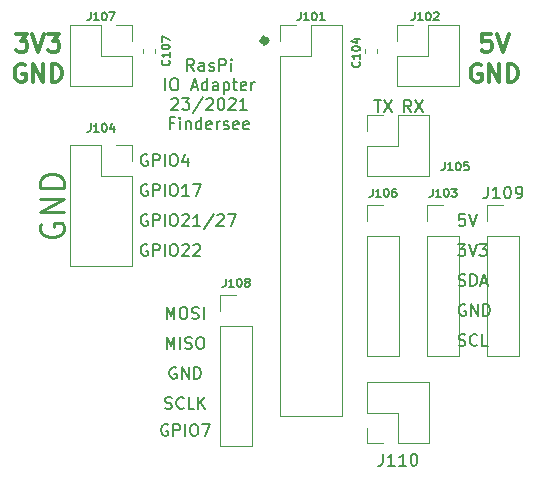
<source format=gbr>
%TF.GenerationSoftware,KiCad,Pcbnew,(5.1.7)-1*%
%TF.CreationDate,2021-06-08T21:15:34+03:00*%
%TF.ProjectId,RaspiAdapter,52617370-6941-4646-9170-7465722e6b69,rev?*%
%TF.SameCoordinates,Original*%
%TF.FileFunction,Legend,Top*%
%TF.FilePolarity,Positive*%
%FSLAX46Y46*%
G04 Gerber Fmt 4.6, Leading zero omitted, Abs format (unit mm)*
G04 Created by KiCad (PCBNEW (5.1.7)-1) date 2021-06-08 21:15:34*
%MOMM*%
%LPD*%
G01*
G04 APERTURE LIST*
%ADD10C,0.600000*%
%ADD11C,0.150000*%
%ADD12C,0.300000*%
%ADD13C,0.250000*%
%ADD14C,0.120000*%
G04 APERTURE END LIST*
D10*
X152650000Y-93200000D02*
G75*
G03*
X152650000Y-93200000I-150000J0D01*
G01*
D11*
X168943976Y-113942761D02*
X169086833Y-113990380D01*
X169324928Y-113990380D01*
X169420166Y-113942761D01*
X169467785Y-113895142D01*
X169515404Y-113799904D01*
X169515404Y-113704666D01*
X169467785Y-113609428D01*
X169420166Y-113561809D01*
X169324928Y-113514190D01*
X169134452Y-113466571D01*
X169039214Y-113418952D01*
X168991595Y-113371333D01*
X168943976Y-113276095D01*
X168943976Y-113180857D01*
X168991595Y-113085619D01*
X169039214Y-113038000D01*
X169134452Y-112990380D01*
X169372547Y-112990380D01*
X169515404Y-113038000D01*
X169943976Y-113990380D02*
X169943976Y-112990380D01*
X170182071Y-112990380D01*
X170324928Y-113038000D01*
X170420166Y-113133238D01*
X170467785Y-113228476D01*
X170515404Y-113418952D01*
X170515404Y-113561809D01*
X170467785Y-113752285D01*
X170420166Y-113847523D01*
X170324928Y-113942761D01*
X170182071Y-113990380D01*
X169943976Y-113990380D01*
X170896357Y-113704666D02*
X171372547Y-113704666D01*
X170801119Y-113990380D02*
X171134452Y-112990380D01*
X171467785Y-113990380D01*
X146542285Y-95767380D02*
X146208952Y-95291190D01*
X145970857Y-95767380D02*
X145970857Y-94767380D01*
X146351809Y-94767380D01*
X146447047Y-94815000D01*
X146494666Y-94862619D01*
X146542285Y-94957857D01*
X146542285Y-95100714D01*
X146494666Y-95195952D01*
X146447047Y-95243571D01*
X146351809Y-95291190D01*
X145970857Y-95291190D01*
X147399428Y-95767380D02*
X147399428Y-95243571D01*
X147351809Y-95148333D01*
X147256571Y-95100714D01*
X147066095Y-95100714D01*
X146970857Y-95148333D01*
X147399428Y-95719761D02*
X147304190Y-95767380D01*
X147066095Y-95767380D01*
X146970857Y-95719761D01*
X146923238Y-95624523D01*
X146923238Y-95529285D01*
X146970857Y-95434047D01*
X147066095Y-95386428D01*
X147304190Y-95386428D01*
X147399428Y-95338809D01*
X147828000Y-95719761D02*
X147923238Y-95767380D01*
X148113714Y-95767380D01*
X148208952Y-95719761D01*
X148256571Y-95624523D01*
X148256571Y-95576904D01*
X148208952Y-95481666D01*
X148113714Y-95434047D01*
X147970857Y-95434047D01*
X147875619Y-95386428D01*
X147828000Y-95291190D01*
X147828000Y-95243571D01*
X147875619Y-95148333D01*
X147970857Y-95100714D01*
X148113714Y-95100714D01*
X148208952Y-95148333D01*
X148685142Y-95767380D02*
X148685142Y-94767380D01*
X149066095Y-94767380D01*
X149161333Y-94815000D01*
X149208952Y-94862619D01*
X149256571Y-94957857D01*
X149256571Y-95100714D01*
X149208952Y-95195952D01*
X149161333Y-95243571D01*
X149066095Y-95291190D01*
X148685142Y-95291190D01*
X149685142Y-95767380D02*
X149685142Y-95100714D01*
X149685142Y-94767380D02*
X149637523Y-94815000D01*
X149685142Y-94862619D01*
X149732761Y-94815000D01*
X149685142Y-94767380D01*
X149685142Y-94862619D01*
X144113714Y-97417380D02*
X144113714Y-96417380D01*
X144780380Y-96417380D02*
X144970857Y-96417380D01*
X145066095Y-96465000D01*
X145161333Y-96560238D01*
X145208952Y-96750714D01*
X145208952Y-97084047D01*
X145161333Y-97274523D01*
X145066095Y-97369761D01*
X144970857Y-97417380D01*
X144780380Y-97417380D01*
X144685142Y-97369761D01*
X144589904Y-97274523D01*
X144542285Y-97084047D01*
X144542285Y-96750714D01*
X144589904Y-96560238D01*
X144685142Y-96465000D01*
X144780380Y-96417380D01*
X146351809Y-97131666D02*
X146828000Y-97131666D01*
X146256571Y-97417380D02*
X146589904Y-96417380D01*
X146923238Y-97417380D01*
X147685142Y-97417380D02*
X147685142Y-96417380D01*
X147685142Y-97369761D02*
X147589904Y-97417380D01*
X147399428Y-97417380D01*
X147304190Y-97369761D01*
X147256571Y-97322142D01*
X147208952Y-97226904D01*
X147208952Y-96941190D01*
X147256571Y-96845952D01*
X147304190Y-96798333D01*
X147399428Y-96750714D01*
X147589904Y-96750714D01*
X147685142Y-96798333D01*
X148589904Y-97417380D02*
X148589904Y-96893571D01*
X148542285Y-96798333D01*
X148447047Y-96750714D01*
X148256571Y-96750714D01*
X148161333Y-96798333D01*
X148589904Y-97369761D02*
X148494666Y-97417380D01*
X148256571Y-97417380D01*
X148161333Y-97369761D01*
X148113714Y-97274523D01*
X148113714Y-97179285D01*
X148161333Y-97084047D01*
X148256571Y-97036428D01*
X148494666Y-97036428D01*
X148589904Y-96988809D01*
X149066095Y-96750714D02*
X149066095Y-97750714D01*
X149066095Y-96798333D02*
X149161333Y-96750714D01*
X149351809Y-96750714D01*
X149447047Y-96798333D01*
X149494666Y-96845952D01*
X149542285Y-96941190D01*
X149542285Y-97226904D01*
X149494666Y-97322142D01*
X149447047Y-97369761D01*
X149351809Y-97417380D01*
X149161333Y-97417380D01*
X149066095Y-97369761D01*
X149828000Y-96750714D02*
X150208952Y-96750714D01*
X149970857Y-96417380D02*
X149970857Y-97274523D01*
X150018476Y-97369761D01*
X150113714Y-97417380D01*
X150208952Y-97417380D01*
X150923238Y-97369761D02*
X150828000Y-97417380D01*
X150637523Y-97417380D01*
X150542285Y-97369761D01*
X150494666Y-97274523D01*
X150494666Y-96893571D01*
X150542285Y-96798333D01*
X150637523Y-96750714D01*
X150828000Y-96750714D01*
X150923238Y-96798333D01*
X150970857Y-96893571D01*
X150970857Y-96988809D01*
X150494666Y-97084047D01*
X151399428Y-97417380D02*
X151399428Y-96750714D01*
X151399428Y-96941190D02*
X151447047Y-96845952D01*
X151494666Y-96798333D01*
X151589904Y-96750714D01*
X151685142Y-96750714D01*
X144637523Y-98162619D02*
X144685142Y-98115000D01*
X144780380Y-98067380D01*
X145018476Y-98067380D01*
X145113714Y-98115000D01*
X145161333Y-98162619D01*
X145208952Y-98257857D01*
X145208952Y-98353095D01*
X145161333Y-98495952D01*
X144589904Y-99067380D01*
X145208952Y-99067380D01*
X145542285Y-98067380D02*
X146161333Y-98067380D01*
X145828000Y-98448333D01*
X145970857Y-98448333D01*
X146066095Y-98495952D01*
X146113714Y-98543571D01*
X146161333Y-98638809D01*
X146161333Y-98876904D01*
X146113714Y-98972142D01*
X146066095Y-99019761D01*
X145970857Y-99067380D01*
X145685142Y-99067380D01*
X145589904Y-99019761D01*
X145542285Y-98972142D01*
X147304190Y-98019761D02*
X146447047Y-99305476D01*
X147589904Y-98162619D02*
X147637523Y-98115000D01*
X147732761Y-98067380D01*
X147970857Y-98067380D01*
X148066095Y-98115000D01*
X148113714Y-98162619D01*
X148161333Y-98257857D01*
X148161333Y-98353095D01*
X148113714Y-98495952D01*
X147542285Y-99067380D01*
X148161333Y-99067380D01*
X148780380Y-98067380D02*
X148875619Y-98067380D01*
X148970857Y-98115000D01*
X149018476Y-98162619D01*
X149066095Y-98257857D01*
X149113714Y-98448333D01*
X149113714Y-98686428D01*
X149066095Y-98876904D01*
X149018476Y-98972142D01*
X148970857Y-99019761D01*
X148875619Y-99067380D01*
X148780380Y-99067380D01*
X148685142Y-99019761D01*
X148637523Y-98972142D01*
X148589904Y-98876904D01*
X148542285Y-98686428D01*
X148542285Y-98448333D01*
X148589904Y-98257857D01*
X148637523Y-98162619D01*
X148685142Y-98115000D01*
X148780380Y-98067380D01*
X149494666Y-98162619D02*
X149542285Y-98115000D01*
X149637523Y-98067380D01*
X149875619Y-98067380D01*
X149970857Y-98115000D01*
X150018476Y-98162619D01*
X150066095Y-98257857D01*
X150066095Y-98353095D01*
X150018476Y-98495952D01*
X149447047Y-99067380D01*
X150066095Y-99067380D01*
X151018476Y-99067380D02*
X150447047Y-99067380D01*
X150732761Y-99067380D02*
X150732761Y-98067380D01*
X150637523Y-98210238D01*
X150542285Y-98305476D01*
X150447047Y-98353095D01*
X144828000Y-100193571D02*
X144494666Y-100193571D01*
X144494666Y-100717380D02*
X144494666Y-99717380D01*
X144970857Y-99717380D01*
X145351809Y-100717380D02*
X145351809Y-100050714D01*
X145351809Y-99717380D02*
X145304190Y-99765000D01*
X145351809Y-99812619D01*
X145399428Y-99765000D01*
X145351809Y-99717380D01*
X145351809Y-99812619D01*
X145828000Y-100050714D02*
X145828000Y-100717380D01*
X145828000Y-100145952D02*
X145875619Y-100098333D01*
X145970857Y-100050714D01*
X146113714Y-100050714D01*
X146208952Y-100098333D01*
X146256571Y-100193571D01*
X146256571Y-100717380D01*
X147161333Y-100717380D02*
X147161333Y-99717380D01*
X147161333Y-100669761D02*
X147066095Y-100717380D01*
X146875619Y-100717380D01*
X146780380Y-100669761D01*
X146732761Y-100622142D01*
X146685142Y-100526904D01*
X146685142Y-100241190D01*
X146732761Y-100145952D01*
X146780380Y-100098333D01*
X146875619Y-100050714D01*
X147066095Y-100050714D01*
X147161333Y-100098333D01*
X148018476Y-100669761D02*
X147923238Y-100717380D01*
X147732761Y-100717380D01*
X147637523Y-100669761D01*
X147589904Y-100574523D01*
X147589904Y-100193571D01*
X147637523Y-100098333D01*
X147732761Y-100050714D01*
X147923238Y-100050714D01*
X148018476Y-100098333D01*
X148066095Y-100193571D01*
X148066095Y-100288809D01*
X147589904Y-100384047D01*
X148494666Y-100717380D02*
X148494666Y-100050714D01*
X148494666Y-100241190D02*
X148542285Y-100145952D01*
X148589904Y-100098333D01*
X148685142Y-100050714D01*
X148780380Y-100050714D01*
X149066095Y-100669761D02*
X149161333Y-100717380D01*
X149351809Y-100717380D01*
X149447047Y-100669761D01*
X149494666Y-100574523D01*
X149494666Y-100526904D01*
X149447047Y-100431666D01*
X149351809Y-100384047D01*
X149208952Y-100384047D01*
X149113714Y-100336428D01*
X149066095Y-100241190D01*
X149066095Y-100193571D01*
X149113714Y-100098333D01*
X149208952Y-100050714D01*
X149351809Y-100050714D01*
X149447047Y-100098333D01*
X150304190Y-100669761D02*
X150208952Y-100717380D01*
X150018476Y-100717380D01*
X149923238Y-100669761D01*
X149875619Y-100574523D01*
X149875619Y-100193571D01*
X149923238Y-100098333D01*
X150018476Y-100050714D01*
X150208952Y-100050714D01*
X150304190Y-100098333D01*
X150351809Y-100193571D01*
X150351809Y-100288809D01*
X149875619Y-100384047D01*
X151161333Y-100669761D02*
X151066095Y-100717380D01*
X150875619Y-100717380D01*
X150780380Y-100669761D01*
X150732761Y-100574523D01*
X150732761Y-100193571D01*
X150780380Y-100098333D01*
X150875619Y-100050714D01*
X151066095Y-100050714D01*
X151161333Y-100098333D01*
X151208952Y-100193571D01*
X151208952Y-100288809D01*
X150732761Y-100384047D01*
D12*
X171672285Y-92645571D02*
X170958000Y-92645571D01*
X170886571Y-93359857D01*
X170958000Y-93288428D01*
X171100857Y-93217000D01*
X171458000Y-93217000D01*
X171600857Y-93288428D01*
X171672285Y-93359857D01*
X171743714Y-93502714D01*
X171743714Y-93859857D01*
X171672285Y-94002714D01*
X171600857Y-94074142D01*
X171458000Y-94145571D01*
X171100857Y-94145571D01*
X170958000Y-94074142D01*
X170886571Y-94002714D01*
X172172285Y-92645571D02*
X172672285Y-94145571D01*
X173172285Y-92645571D01*
X170815142Y-95267000D02*
X170672285Y-95195571D01*
X170458000Y-95195571D01*
X170243714Y-95267000D01*
X170100857Y-95409857D01*
X170029428Y-95552714D01*
X169958000Y-95838428D01*
X169958000Y-96052714D01*
X170029428Y-96338428D01*
X170100857Y-96481285D01*
X170243714Y-96624142D01*
X170458000Y-96695571D01*
X170600857Y-96695571D01*
X170815142Y-96624142D01*
X170886571Y-96552714D01*
X170886571Y-96052714D01*
X170600857Y-96052714D01*
X171529428Y-96695571D02*
X171529428Y-95195571D01*
X172386571Y-96695571D01*
X172386571Y-95195571D01*
X173100857Y-96695571D02*
X173100857Y-95195571D01*
X173458000Y-95195571D01*
X173672285Y-95267000D01*
X173815142Y-95409857D01*
X173886571Y-95552714D01*
X173958000Y-95838428D01*
X173958000Y-96052714D01*
X173886571Y-96338428D01*
X173815142Y-96481285D01*
X173672285Y-96624142D01*
X173458000Y-96695571D01*
X173100857Y-96695571D01*
D11*
X161798095Y-98258380D02*
X162369523Y-98258380D01*
X162083809Y-99258380D02*
X162083809Y-98258380D01*
X162607619Y-98258380D02*
X163274285Y-99258380D01*
X163274285Y-98258380D02*
X162607619Y-99258380D01*
X164933333Y-99258380D02*
X164600000Y-98782190D01*
X164361904Y-99258380D02*
X164361904Y-98258380D01*
X164742857Y-98258380D01*
X164838095Y-98306000D01*
X164885714Y-98353619D01*
X164933333Y-98448857D01*
X164933333Y-98591714D01*
X164885714Y-98686952D01*
X164838095Y-98734571D01*
X164742857Y-98782190D01*
X164361904Y-98782190D01*
X165266666Y-98258380D02*
X165933333Y-99258380D01*
X165933333Y-98258380D02*
X165266666Y-99258380D01*
X168943976Y-119022761D02*
X169086833Y-119070380D01*
X169324928Y-119070380D01*
X169420166Y-119022761D01*
X169467785Y-118975142D01*
X169515404Y-118879904D01*
X169515404Y-118784666D01*
X169467785Y-118689428D01*
X169420166Y-118641809D01*
X169324928Y-118594190D01*
X169134452Y-118546571D01*
X169039214Y-118498952D01*
X168991595Y-118451333D01*
X168943976Y-118356095D01*
X168943976Y-118260857D01*
X168991595Y-118165619D01*
X169039214Y-118118000D01*
X169134452Y-118070380D01*
X169372547Y-118070380D01*
X169515404Y-118118000D01*
X170515404Y-118975142D02*
X170467785Y-119022761D01*
X170324928Y-119070380D01*
X170229690Y-119070380D01*
X170086833Y-119022761D01*
X169991595Y-118927523D01*
X169943976Y-118832285D01*
X169896357Y-118641809D01*
X169896357Y-118498952D01*
X169943976Y-118308476D01*
X169991595Y-118213238D01*
X170086833Y-118118000D01*
X170229690Y-118070380D01*
X170324928Y-118070380D01*
X170467785Y-118118000D01*
X170515404Y-118165619D01*
X171420166Y-119070380D02*
X170943976Y-119070380D01*
X170943976Y-118070380D01*
X169515404Y-115578000D02*
X169420166Y-115530380D01*
X169277309Y-115530380D01*
X169134452Y-115578000D01*
X169039214Y-115673238D01*
X168991595Y-115768476D01*
X168943976Y-115958952D01*
X168943976Y-116101809D01*
X168991595Y-116292285D01*
X169039214Y-116387523D01*
X169134452Y-116482761D01*
X169277309Y-116530380D01*
X169372547Y-116530380D01*
X169515404Y-116482761D01*
X169563023Y-116435142D01*
X169563023Y-116101809D01*
X169372547Y-116101809D01*
X169991595Y-116530380D02*
X169991595Y-115530380D01*
X170563023Y-116530380D01*
X170563023Y-115530380D01*
X171039214Y-116530380D02*
X171039214Y-115530380D01*
X171277309Y-115530380D01*
X171420166Y-115578000D01*
X171515404Y-115673238D01*
X171563023Y-115768476D01*
X171610642Y-115958952D01*
X171610642Y-116101809D01*
X171563023Y-116292285D01*
X171515404Y-116387523D01*
X171420166Y-116482761D01*
X171277309Y-116530380D01*
X171039214Y-116530380D01*
X168896357Y-110450380D02*
X169515404Y-110450380D01*
X169182071Y-110831333D01*
X169324928Y-110831333D01*
X169420166Y-110878952D01*
X169467785Y-110926571D01*
X169515404Y-111021809D01*
X169515404Y-111259904D01*
X169467785Y-111355142D01*
X169420166Y-111402761D01*
X169324928Y-111450380D01*
X169039214Y-111450380D01*
X168943976Y-111402761D01*
X168896357Y-111355142D01*
X169801119Y-110450380D02*
X170134452Y-111450380D01*
X170467785Y-110450380D01*
X170705880Y-110450380D02*
X171324928Y-110450380D01*
X170991595Y-110831333D01*
X171134452Y-110831333D01*
X171229690Y-110878952D01*
X171277309Y-110926571D01*
X171324928Y-111021809D01*
X171324928Y-111259904D01*
X171277309Y-111355142D01*
X171229690Y-111402761D01*
X171134452Y-111450380D01*
X170848738Y-111450380D01*
X170753500Y-111402761D01*
X170705880Y-111355142D01*
X169467785Y-107910380D02*
X168991595Y-107910380D01*
X168943976Y-108386571D01*
X168991595Y-108338952D01*
X169086833Y-108291333D01*
X169324928Y-108291333D01*
X169420166Y-108338952D01*
X169467785Y-108386571D01*
X169515404Y-108481809D01*
X169515404Y-108719904D01*
X169467785Y-108815142D01*
X169420166Y-108862761D01*
X169324928Y-108910380D01*
X169086833Y-108910380D01*
X168991595Y-108862761D01*
X168943976Y-108815142D01*
X169801119Y-107910380D02*
X170134452Y-108910380D01*
X170467785Y-107910380D01*
D13*
X133620000Y-108711809D02*
X133524761Y-108902285D01*
X133524761Y-109188000D01*
X133620000Y-109473714D01*
X133810476Y-109664190D01*
X134000952Y-109759428D01*
X134381904Y-109854666D01*
X134667619Y-109854666D01*
X135048571Y-109759428D01*
X135239047Y-109664190D01*
X135429523Y-109473714D01*
X135524761Y-109188000D01*
X135524761Y-108997523D01*
X135429523Y-108711809D01*
X135334285Y-108616571D01*
X134667619Y-108616571D01*
X134667619Y-108997523D01*
X135524761Y-107759428D02*
X133524761Y-107759428D01*
X135524761Y-106616571D01*
X133524761Y-106616571D01*
X135524761Y-105664190D02*
X133524761Y-105664190D01*
X133524761Y-105188000D01*
X133620000Y-104902285D01*
X133810476Y-104711809D01*
X134000952Y-104616571D01*
X134381904Y-104521333D01*
X134667619Y-104521333D01*
X135048571Y-104616571D01*
X135239047Y-104711809D01*
X135429523Y-104902285D01*
X135524761Y-105188000D01*
X135524761Y-105664190D01*
D11*
X142591404Y-110498000D02*
X142496166Y-110450380D01*
X142353309Y-110450380D01*
X142210452Y-110498000D01*
X142115214Y-110593238D01*
X142067595Y-110688476D01*
X142019976Y-110878952D01*
X142019976Y-111021809D01*
X142067595Y-111212285D01*
X142115214Y-111307523D01*
X142210452Y-111402761D01*
X142353309Y-111450380D01*
X142448547Y-111450380D01*
X142591404Y-111402761D01*
X142639023Y-111355142D01*
X142639023Y-111021809D01*
X142448547Y-111021809D01*
X143067595Y-111450380D02*
X143067595Y-110450380D01*
X143448547Y-110450380D01*
X143543785Y-110498000D01*
X143591404Y-110545619D01*
X143639023Y-110640857D01*
X143639023Y-110783714D01*
X143591404Y-110878952D01*
X143543785Y-110926571D01*
X143448547Y-110974190D01*
X143067595Y-110974190D01*
X144067595Y-111450380D02*
X144067595Y-110450380D01*
X144734261Y-110450380D02*
X144924738Y-110450380D01*
X145019976Y-110498000D01*
X145115214Y-110593238D01*
X145162833Y-110783714D01*
X145162833Y-111117047D01*
X145115214Y-111307523D01*
X145019976Y-111402761D01*
X144924738Y-111450380D01*
X144734261Y-111450380D01*
X144639023Y-111402761D01*
X144543785Y-111307523D01*
X144496166Y-111117047D01*
X144496166Y-110783714D01*
X144543785Y-110593238D01*
X144639023Y-110498000D01*
X144734261Y-110450380D01*
X145543785Y-110545619D02*
X145591404Y-110498000D01*
X145686642Y-110450380D01*
X145924738Y-110450380D01*
X146019976Y-110498000D01*
X146067595Y-110545619D01*
X146115214Y-110640857D01*
X146115214Y-110736095D01*
X146067595Y-110878952D01*
X145496166Y-111450380D01*
X146115214Y-111450380D01*
X146496166Y-110545619D02*
X146543785Y-110498000D01*
X146639023Y-110450380D01*
X146877119Y-110450380D01*
X146972357Y-110498000D01*
X147019976Y-110545619D01*
X147067595Y-110640857D01*
X147067595Y-110736095D01*
X147019976Y-110878952D01*
X146448547Y-111450380D01*
X147067595Y-111450380D01*
X142591404Y-107958000D02*
X142496166Y-107910380D01*
X142353309Y-107910380D01*
X142210452Y-107958000D01*
X142115214Y-108053238D01*
X142067595Y-108148476D01*
X142019976Y-108338952D01*
X142019976Y-108481809D01*
X142067595Y-108672285D01*
X142115214Y-108767523D01*
X142210452Y-108862761D01*
X142353309Y-108910380D01*
X142448547Y-108910380D01*
X142591404Y-108862761D01*
X142639023Y-108815142D01*
X142639023Y-108481809D01*
X142448547Y-108481809D01*
X143067595Y-108910380D02*
X143067595Y-107910380D01*
X143448547Y-107910380D01*
X143543785Y-107958000D01*
X143591404Y-108005619D01*
X143639023Y-108100857D01*
X143639023Y-108243714D01*
X143591404Y-108338952D01*
X143543785Y-108386571D01*
X143448547Y-108434190D01*
X143067595Y-108434190D01*
X144067595Y-108910380D02*
X144067595Y-107910380D01*
X144734261Y-107910380D02*
X144924738Y-107910380D01*
X145019976Y-107958000D01*
X145115214Y-108053238D01*
X145162833Y-108243714D01*
X145162833Y-108577047D01*
X145115214Y-108767523D01*
X145019976Y-108862761D01*
X144924738Y-108910380D01*
X144734261Y-108910380D01*
X144639023Y-108862761D01*
X144543785Y-108767523D01*
X144496166Y-108577047D01*
X144496166Y-108243714D01*
X144543785Y-108053238D01*
X144639023Y-107958000D01*
X144734261Y-107910380D01*
X145543785Y-108005619D02*
X145591404Y-107958000D01*
X145686642Y-107910380D01*
X145924738Y-107910380D01*
X146019976Y-107958000D01*
X146067595Y-108005619D01*
X146115214Y-108100857D01*
X146115214Y-108196095D01*
X146067595Y-108338952D01*
X145496166Y-108910380D01*
X146115214Y-108910380D01*
X147067595Y-108910380D02*
X146496166Y-108910380D01*
X146781880Y-108910380D02*
X146781880Y-107910380D01*
X146686642Y-108053238D01*
X146591404Y-108148476D01*
X146496166Y-108196095D01*
X148210452Y-107862761D02*
X147353309Y-109148476D01*
X148496166Y-108005619D02*
X148543785Y-107958000D01*
X148639023Y-107910380D01*
X148877119Y-107910380D01*
X148972357Y-107958000D01*
X149019976Y-108005619D01*
X149067595Y-108100857D01*
X149067595Y-108196095D01*
X149019976Y-108338952D01*
X148448547Y-108910380D01*
X149067595Y-108910380D01*
X149400928Y-107910380D02*
X150067595Y-107910380D01*
X149639023Y-108910380D01*
X142591404Y-105418000D02*
X142496166Y-105370380D01*
X142353309Y-105370380D01*
X142210452Y-105418000D01*
X142115214Y-105513238D01*
X142067595Y-105608476D01*
X142019976Y-105798952D01*
X142019976Y-105941809D01*
X142067595Y-106132285D01*
X142115214Y-106227523D01*
X142210452Y-106322761D01*
X142353309Y-106370380D01*
X142448547Y-106370380D01*
X142591404Y-106322761D01*
X142639023Y-106275142D01*
X142639023Y-105941809D01*
X142448547Y-105941809D01*
X143067595Y-106370380D02*
X143067595Y-105370380D01*
X143448547Y-105370380D01*
X143543785Y-105418000D01*
X143591404Y-105465619D01*
X143639023Y-105560857D01*
X143639023Y-105703714D01*
X143591404Y-105798952D01*
X143543785Y-105846571D01*
X143448547Y-105894190D01*
X143067595Y-105894190D01*
X144067595Y-106370380D02*
X144067595Y-105370380D01*
X144734261Y-105370380D02*
X144924738Y-105370380D01*
X145019976Y-105418000D01*
X145115214Y-105513238D01*
X145162833Y-105703714D01*
X145162833Y-106037047D01*
X145115214Y-106227523D01*
X145019976Y-106322761D01*
X144924738Y-106370380D01*
X144734261Y-106370380D01*
X144639023Y-106322761D01*
X144543785Y-106227523D01*
X144496166Y-106037047D01*
X144496166Y-105703714D01*
X144543785Y-105513238D01*
X144639023Y-105418000D01*
X144734261Y-105370380D01*
X146115214Y-106370380D02*
X145543785Y-106370380D01*
X145829500Y-106370380D02*
X145829500Y-105370380D01*
X145734261Y-105513238D01*
X145639023Y-105608476D01*
X145543785Y-105656095D01*
X146448547Y-105370380D02*
X147115214Y-105370380D01*
X146686642Y-106370380D01*
X142591404Y-102878000D02*
X142496166Y-102830380D01*
X142353309Y-102830380D01*
X142210452Y-102878000D01*
X142115214Y-102973238D01*
X142067595Y-103068476D01*
X142019976Y-103258952D01*
X142019976Y-103401809D01*
X142067595Y-103592285D01*
X142115214Y-103687523D01*
X142210452Y-103782761D01*
X142353309Y-103830380D01*
X142448547Y-103830380D01*
X142591404Y-103782761D01*
X142639023Y-103735142D01*
X142639023Y-103401809D01*
X142448547Y-103401809D01*
X143067595Y-103830380D02*
X143067595Y-102830380D01*
X143448547Y-102830380D01*
X143543785Y-102878000D01*
X143591404Y-102925619D01*
X143639023Y-103020857D01*
X143639023Y-103163714D01*
X143591404Y-103258952D01*
X143543785Y-103306571D01*
X143448547Y-103354190D01*
X143067595Y-103354190D01*
X144067595Y-103830380D02*
X144067595Y-102830380D01*
X144734261Y-102830380D02*
X144924738Y-102830380D01*
X145019976Y-102878000D01*
X145115214Y-102973238D01*
X145162833Y-103163714D01*
X145162833Y-103497047D01*
X145115214Y-103687523D01*
X145019976Y-103782761D01*
X144924738Y-103830380D01*
X144734261Y-103830380D01*
X144639023Y-103782761D01*
X144543785Y-103687523D01*
X144496166Y-103497047D01*
X144496166Y-103163714D01*
X144543785Y-102973238D01*
X144639023Y-102878000D01*
X144734261Y-102830380D01*
X146019976Y-103163714D02*
X146019976Y-103830380D01*
X145781880Y-102782761D02*
X145543785Y-103497047D01*
X146162833Y-103497047D01*
D12*
X131492857Y-92645571D02*
X132421428Y-92645571D01*
X131921428Y-93217000D01*
X132135714Y-93217000D01*
X132278571Y-93288428D01*
X132350000Y-93359857D01*
X132421428Y-93502714D01*
X132421428Y-93859857D01*
X132350000Y-94002714D01*
X132278571Y-94074142D01*
X132135714Y-94145571D01*
X131707142Y-94145571D01*
X131564285Y-94074142D01*
X131492857Y-94002714D01*
X132850000Y-92645571D02*
X133350000Y-94145571D01*
X133850000Y-92645571D01*
X134207142Y-92645571D02*
X135135714Y-92645571D01*
X134635714Y-93217000D01*
X134850000Y-93217000D01*
X134992857Y-93288428D01*
X135064285Y-93359857D01*
X135135714Y-93502714D01*
X135135714Y-93859857D01*
X135064285Y-94002714D01*
X134992857Y-94074142D01*
X134850000Y-94145571D01*
X134421428Y-94145571D01*
X134278571Y-94074142D01*
X134207142Y-94002714D01*
X132207142Y-95267000D02*
X132064285Y-95195571D01*
X131850000Y-95195571D01*
X131635714Y-95267000D01*
X131492857Y-95409857D01*
X131421428Y-95552714D01*
X131350000Y-95838428D01*
X131350000Y-96052714D01*
X131421428Y-96338428D01*
X131492857Y-96481285D01*
X131635714Y-96624142D01*
X131850000Y-96695571D01*
X131992857Y-96695571D01*
X132207142Y-96624142D01*
X132278571Y-96552714D01*
X132278571Y-96052714D01*
X131992857Y-96052714D01*
X132921428Y-96695571D02*
X132921428Y-95195571D01*
X133778571Y-96695571D01*
X133778571Y-95195571D01*
X134492857Y-96695571D02*
X134492857Y-95195571D01*
X134850000Y-95195571D01*
X135064285Y-95267000D01*
X135207142Y-95409857D01*
X135278571Y-95552714D01*
X135350000Y-95838428D01*
X135350000Y-96052714D01*
X135278571Y-96338428D01*
X135207142Y-96481285D01*
X135064285Y-96624142D01*
X134850000Y-96695571D01*
X134492857Y-96695571D01*
D11*
X144105523Y-124356761D02*
X144248380Y-124404380D01*
X144486476Y-124404380D01*
X144581714Y-124356761D01*
X144629333Y-124309142D01*
X144676952Y-124213904D01*
X144676952Y-124118666D01*
X144629333Y-124023428D01*
X144581714Y-123975809D01*
X144486476Y-123928190D01*
X144296000Y-123880571D01*
X144200761Y-123832952D01*
X144153142Y-123785333D01*
X144105523Y-123690095D01*
X144105523Y-123594857D01*
X144153142Y-123499619D01*
X144200761Y-123452000D01*
X144296000Y-123404380D01*
X144534095Y-123404380D01*
X144676952Y-123452000D01*
X145676952Y-124309142D02*
X145629333Y-124356761D01*
X145486476Y-124404380D01*
X145391238Y-124404380D01*
X145248380Y-124356761D01*
X145153142Y-124261523D01*
X145105523Y-124166285D01*
X145057904Y-123975809D01*
X145057904Y-123832952D01*
X145105523Y-123642476D01*
X145153142Y-123547238D01*
X145248380Y-123452000D01*
X145391238Y-123404380D01*
X145486476Y-123404380D01*
X145629333Y-123452000D01*
X145676952Y-123499619D01*
X146581714Y-124404380D02*
X146105523Y-124404380D01*
X146105523Y-123404380D01*
X146915047Y-124404380D02*
X146915047Y-123404380D01*
X147486476Y-124404380D02*
X147057904Y-123832952D01*
X147486476Y-123404380D02*
X146915047Y-123975809D01*
X145034095Y-120912000D02*
X144938857Y-120864380D01*
X144796000Y-120864380D01*
X144653142Y-120912000D01*
X144557904Y-121007238D01*
X144510285Y-121102476D01*
X144462666Y-121292952D01*
X144462666Y-121435809D01*
X144510285Y-121626285D01*
X144557904Y-121721523D01*
X144653142Y-121816761D01*
X144796000Y-121864380D01*
X144891238Y-121864380D01*
X145034095Y-121816761D01*
X145081714Y-121769142D01*
X145081714Y-121435809D01*
X144891238Y-121435809D01*
X145510285Y-121864380D02*
X145510285Y-120864380D01*
X146081714Y-121864380D01*
X146081714Y-120864380D01*
X146557904Y-121864380D02*
X146557904Y-120864380D01*
X146796000Y-120864380D01*
X146938857Y-120912000D01*
X147034095Y-121007238D01*
X147081714Y-121102476D01*
X147129333Y-121292952D01*
X147129333Y-121435809D01*
X147081714Y-121626285D01*
X147034095Y-121721523D01*
X146938857Y-121816761D01*
X146796000Y-121864380D01*
X146557904Y-121864380D01*
X144224571Y-119324380D02*
X144224571Y-118324380D01*
X144557904Y-119038666D01*
X144891238Y-118324380D01*
X144891238Y-119324380D01*
X145367428Y-119324380D02*
X145367428Y-118324380D01*
X145796000Y-119276761D02*
X145938857Y-119324380D01*
X146176952Y-119324380D01*
X146272190Y-119276761D01*
X146319809Y-119229142D01*
X146367428Y-119133904D01*
X146367428Y-119038666D01*
X146319809Y-118943428D01*
X146272190Y-118895809D01*
X146176952Y-118848190D01*
X145986476Y-118800571D01*
X145891238Y-118752952D01*
X145843619Y-118705333D01*
X145796000Y-118610095D01*
X145796000Y-118514857D01*
X145843619Y-118419619D01*
X145891238Y-118372000D01*
X145986476Y-118324380D01*
X146224571Y-118324380D01*
X146367428Y-118372000D01*
X146986476Y-118324380D02*
X147176952Y-118324380D01*
X147272190Y-118372000D01*
X147367428Y-118467238D01*
X147415047Y-118657714D01*
X147415047Y-118991047D01*
X147367428Y-119181523D01*
X147272190Y-119276761D01*
X147176952Y-119324380D01*
X146986476Y-119324380D01*
X146891238Y-119276761D01*
X146796000Y-119181523D01*
X146748380Y-118991047D01*
X146748380Y-118657714D01*
X146796000Y-118467238D01*
X146891238Y-118372000D01*
X146986476Y-118324380D01*
X144224571Y-116784380D02*
X144224571Y-115784380D01*
X144557904Y-116498666D01*
X144891238Y-115784380D01*
X144891238Y-116784380D01*
X145557904Y-115784380D02*
X145748380Y-115784380D01*
X145843619Y-115832000D01*
X145938857Y-115927238D01*
X145986476Y-116117714D01*
X145986476Y-116451047D01*
X145938857Y-116641523D01*
X145843619Y-116736761D01*
X145748380Y-116784380D01*
X145557904Y-116784380D01*
X145462666Y-116736761D01*
X145367428Y-116641523D01*
X145319809Y-116451047D01*
X145319809Y-116117714D01*
X145367428Y-115927238D01*
X145462666Y-115832000D01*
X145557904Y-115784380D01*
X146367428Y-116736761D02*
X146510285Y-116784380D01*
X146748380Y-116784380D01*
X146843619Y-116736761D01*
X146891238Y-116689142D01*
X146938857Y-116593904D01*
X146938857Y-116498666D01*
X146891238Y-116403428D01*
X146843619Y-116355809D01*
X146748380Y-116308190D01*
X146557904Y-116260571D01*
X146462666Y-116212952D01*
X146415047Y-116165333D01*
X146367428Y-116070095D01*
X146367428Y-115974857D01*
X146415047Y-115879619D01*
X146462666Y-115832000D01*
X146557904Y-115784380D01*
X146796000Y-115784380D01*
X146938857Y-115832000D01*
X147367428Y-116784380D02*
X147367428Y-115784380D01*
X144319809Y-125738000D02*
X144224571Y-125690380D01*
X144081714Y-125690380D01*
X143938857Y-125738000D01*
X143843619Y-125833238D01*
X143796000Y-125928476D01*
X143748380Y-126118952D01*
X143748380Y-126261809D01*
X143796000Y-126452285D01*
X143843619Y-126547523D01*
X143938857Y-126642761D01*
X144081714Y-126690380D01*
X144176952Y-126690380D01*
X144319809Y-126642761D01*
X144367428Y-126595142D01*
X144367428Y-126261809D01*
X144176952Y-126261809D01*
X144796000Y-126690380D02*
X144796000Y-125690380D01*
X145176952Y-125690380D01*
X145272190Y-125738000D01*
X145319809Y-125785619D01*
X145367428Y-125880857D01*
X145367428Y-126023714D01*
X145319809Y-126118952D01*
X145272190Y-126166571D01*
X145176952Y-126214190D01*
X144796000Y-126214190D01*
X145796000Y-126690380D02*
X145796000Y-125690380D01*
X146462666Y-125690380D02*
X146653142Y-125690380D01*
X146748380Y-125738000D01*
X146843619Y-125833238D01*
X146891238Y-126023714D01*
X146891238Y-126357047D01*
X146843619Y-126547523D01*
X146748380Y-126642761D01*
X146653142Y-126690380D01*
X146462666Y-126690380D01*
X146367428Y-126642761D01*
X146272190Y-126547523D01*
X146224571Y-126357047D01*
X146224571Y-126023714D01*
X146272190Y-125833238D01*
X146367428Y-125738000D01*
X146462666Y-125690380D01*
X147224571Y-125690380D02*
X147891238Y-125690380D01*
X147462666Y-126690380D01*
D14*
%TO.C,J110*%
X166430000Y-127314000D02*
X163830000Y-127314000D01*
X166430000Y-127314000D02*
X166430000Y-122114000D01*
X166430000Y-122114000D02*
X161230000Y-122114000D01*
X161230000Y-124714000D02*
X161230000Y-122114000D01*
X163830000Y-124714000D02*
X161230000Y-124714000D01*
X163830000Y-127314000D02*
X163830000Y-124714000D01*
X161230000Y-127314000D02*
X161230000Y-125984000D01*
X162560000Y-127314000D02*
X161230000Y-127314000D01*
%TO.C,J101*%
X153864000Y-91888000D02*
X155194000Y-91888000D01*
X153864000Y-93218000D02*
X153864000Y-91888000D01*
X156464000Y-91888000D02*
X159064000Y-91888000D01*
X156464000Y-94488000D02*
X156464000Y-91888000D01*
X153864000Y-94488000D02*
X156464000Y-94488000D01*
X159064000Y-91888000D02*
X159064000Y-125028000D01*
X153864000Y-94488000D02*
X153864000Y-125028000D01*
X153864000Y-125028000D02*
X159064000Y-125028000D01*
%TO.C,J109*%
X171390000Y-119948000D02*
X174050000Y-119948000D01*
X171390000Y-109728000D02*
X171390000Y-119948000D01*
X174050000Y-109728000D02*
X174050000Y-119948000D01*
X171390000Y-109728000D02*
X174050000Y-109728000D01*
X171390000Y-108458000D02*
X171390000Y-107128000D01*
X171390000Y-107128000D02*
X172720000Y-107128000D01*
%TO.C,J104*%
X139954000Y-102048000D02*
X141284000Y-102048000D01*
X141284000Y-102048000D02*
X141284000Y-103378000D01*
X138684000Y-102048000D02*
X138684000Y-104648000D01*
X138684000Y-104648000D02*
X141284000Y-104648000D01*
X141284000Y-104648000D02*
X141284000Y-112328000D01*
X136084000Y-112328000D02*
X141284000Y-112328000D01*
X136084000Y-102048000D02*
X136084000Y-112328000D01*
X136084000Y-102048000D02*
X138684000Y-102048000D01*
%TO.C,J102*%
X163770000Y-91888000D02*
X165100000Y-91888000D01*
X163770000Y-93218000D02*
X163770000Y-91888000D01*
X166370000Y-91888000D02*
X168970000Y-91888000D01*
X166370000Y-94488000D02*
X166370000Y-91888000D01*
X163770000Y-94488000D02*
X166370000Y-94488000D01*
X168970000Y-91888000D02*
X168970000Y-97088000D01*
X163770000Y-94488000D02*
X163770000Y-97088000D01*
X163770000Y-97088000D02*
X168970000Y-97088000D01*
%TO.C,J107*%
X139954000Y-91888000D02*
X141284000Y-91888000D01*
X141284000Y-91888000D02*
X141284000Y-93218000D01*
X138684000Y-91888000D02*
X138684000Y-94488000D01*
X138684000Y-94488000D02*
X141284000Y-94488000D01*
X141284000Y-94488000D02*
X141284000Y-97088000D01*
X136084000Y-97088000D02*
X141284000Y-97088000D01*
X136084000Y-91888000D02*
X136084000Y-97088000D01*
X136084000Y-91888000D02*
X138684000Y-91888000D01*
%TO.C,J105*%
X161230000Y-100838000D02*
X161230000Y-99508000D01*
X161230000Y-99508000D02*
X162560000Y-99508000D01*
X161230000Y-102108000D02*
X163830000Y-102108000D01*
X163830000Y-102108000D02*
X163830000Y-99508000D01*
X163830000Y-99508000D02*
X166430000Y-99508000D01*
X166430000Y-104708000D02*
X166430000Y-99508000D01*
X161230000Y-104708000D02*
X166430000Y-104708000D01*
X161230000Y-104708000D02*
X161230000Y-102108000D01*
%TO.C,J108*%
X148784000Y-114748000D02*
X150114000Y-114748000D01*
X148784000Y-116078000D02*
X148784000Y-114748000D01*
X148784000Y-117348000D02*
X151444000Y-117348000D01*
X151444000Y-117348000D02*
X151444000Y-127568000D01*
X148784000Y-117348000D02*
X148784000Y-127568000D01*
X148784000Y-127568000D02*
X151444000Y-127568000D01*
%TO.C,J106*%
X161230000Y-107128000D02*
X162560000Y-107128000D01*
X161230000Y-108458000D02*
X161230000Y-107128000D01*
X161230000Y-109728000D02*
X163890000Y-109728000D01*
X163890000Y-109728000D02*
X163890000Y-119948000D01*
X161230000Y-109728000D02*
X161230000Y-119948000D01*
X161230000Y-119948000D02*
X163890000Y-119948000D01*
%TO.C,J103*%
X166310000Y-107128000D02*
X167640000Y-107128000D01*
X166310000Y-108458000D02*
X166310000Y-107128000D01*
X166310000Y-109728000D02*
X168970000Y-109728000D01*
X168970000Y-109728000D02*
X168970000Y-119948000D01*
X166310000Y-109728000D02*
X166310000Y-119948000D01*
X166310000Y-119948000D02*
X168970000Y-119948000D01*
%TO.C,C107*%
X142238000Y-93921733D02*
X142238000Y-94264267D01*
X143258000Y-93921733D02*
X143258000Y-94264267D01*
%TO.C,C104*%
X161034000Y-93921733D02*
X161034000Y-94264267D01*
X162054000Y-93921733D02*
X162054000Y-94264267D01*
%TO.C,J110*%
D11*
X162544285Y-128206380D02*
X162544285Y-128920666D01*
X162496666Y-129063523D01*
X162401428Y-129158761D01*
X162258571Y-129206380D01*
X162163333Y-129206380D01*
X163544285Y-129206380D02*
X162972857Y-129206380D01*
X163258571Y-129206380D02*
X163258571Y-128206380D01*
X163163333Y-128349238D01*
X163068095Y-128444476D01*
X162972857Y-128492095D01*
X164496666Y-129206380D02*
X163925238Y-129206380D01*
X164210952Y-129206380D02*
X164210952Y-128206380D01*
X164115714Y-128349238D01*
X164020476Y-128444476D01*
X163925238Y-128492095D01*
X165115714Y-128206380D02*
X165210952Y-128206380D01*
X165306190Y-128254000D01*
X165353809Y-128301619D01*
X165401428Y-128396857D01*
X165449047Y-128587333D01*
X165449047Y-128825428D01*
X165401428Y-129015904D01*
X165353809Y-129111142D01*
X165306190Y-129158761D01*
X165210952Y-129206380D01*
X165115714Y-129206380D01*
X165020476Y-129158761D01*
X164972857Y-129111142D01*
X164925238Y-129015904D01*
X164877619Y-128825428D01*
X164877619Y-128587333D01*
X164925238Y-128396857D01*
X164972857Y-128301619D01*
X165020476Y-128254000D01*
X165115714Y-128206380D01*
%TO.C,J101*%
X155564000Y-90802666D02*
X155564000Y-91302666D01*
X155530666Y-91402666D01*
X155464000Y-91469333D01*
X155364000Y-91502666D01*
X155297333Y-91502666D01*
X156264000Y-91502666D02*
X155864000Y-91502666D01*
X156064000Y-91502666D02*
X156064000Y-90802666D01*
X155997333Y-90902666D01*
X155930666Y-90969333D01*
X155864000Y-91002666D01*
X156697333Y-90802666D02*
X156764000Y-90802666D01*
X156830666Y-90836000D01*
X156864000Y-90869333D01*
X156897333Y-90936000D01*
X156930666Y-91069333D01*
X156930666Y-91236000D01*
X156897333Y-91369333D01*
X156864000Y-91436000D01*
X156830666Y-91469333D01*
X156764000Y-91502666D01*
X156697333Y-91502666D01*
X156630666Y-91469333D01*
X156597333Y-91436000D01*
X156564000Y-91369333D01*
X156530666Y-91236000D01*
X156530666Y-91069333D01*
X156564000Y-90936000D01*
X156597333Y-90869333D01*
X156630666Y-90836000D01*
X156697333Y-90802666D01*
X157597333Y-91502666D02*
X157197333Y-91502666D01*
X157397333Y-91502666D02*
X157397333Y-90802666D01*
X157330666Y-90902666D01*
X157264000Y-90969333D01*
X157197333Y-91002666D01*
%TO.C,J109*%
X171434285Y-105580380D02*
X171434285Y-106294666D01*
X171386666Y-106437523D01*
X171291428Y-106532761D01*
X171148571Y-106580380D01*
X171053333Y-106580380D01*
X172434285Y-106580380D02*
X171862857Y-106580380D01*
X172148571Y-106580380D02*
X172148571Y-105580380D01*
X172053333Y-105723238D01*
X171958095Y-105818476D01*
X171862857Y-105866095D01*
X173053333Y-105580380D02*
X173148571Y-105580380D01*
X173243809Y-105628000D01*
X173291428Y-105675619D01*
X173339047Y-105770857D01*
X173386666Y-105961333D01*
X173386666Y-106199428D01*
X173339047Y-106389904D01*
X173291428Y-106485142D01*
X173243809Y-106532761D01*
X173148571Y-106580380D01*
X173053333Y-106580380D01*
X172958095Y-106532761D01*
X172910476Y-106485142D01*
X172862857Y-106389904D01*
X172815238Y-106199428D01*
X172815238Y-105961333D01*
X172862857Y-105770857D01*
X172910476Y-105675619D01*
X172958095Y-105628000D01*
X173053333Y-105580380D01*
X173862857Y-106580380D02*
X174053333Y-106580380D01*
X174148571Y-106532761D01*
X174196190Y-106485142D01*
X174291428Y-106342285D01*
X174339047Y-106151809D01*
X174339047Y-105770857D01*
X174291428Y-105675619D01*
X174243809Y-105628000D01*
X174148571Y-105580380D01*
X173958095Y-105580380D01*
X173862857Y-105628000D01*
X173815238Y-105675619D01*
X173767619Y-105770857D01*
X173767619Y-106008952D01*
X173815238Y-106104190D01*
X173862857Y-106151809D01*
X173958095Y-106199428D01*
X174148571Y-106199428D01*
X174243809Y-106151809D01*
X174291428Y-106104190D01*
X174339047Y-106008952D01*
%TO.C,J104*%
X137784000Y-100224666D02*
X137784000Y-100724666D01*
X137750666Y-100824666D01*
X137684000Y-100891333D01*
X137584000Y-100924666D01*
X137517333Y-100924666D01*
X138484000Y-100924666D02*
X138084000Y-100924666D01*
X138284000Y-100924666D02*
X138284000Y-100224666D01*
X138217333Y-100324666D01*
X138150666Y-100391333D01*
X138084000Y-100424666D01*
X138917333Y-100224666D02*
X138984000Y-100224666D01*
X139050666Y-100258000D01*
X139084000Y-100291333D01*
X139117333Y-100358000D01*
X139150666Y-100491333D01*
X139150666Y-100658000D01*
X139117333Y-100791333D01*
X139084000Y-100858000D01*
X139050666Y-100891333D01*
X138984000Y-100924666D01*
X138917333Y-100924666D01*
X138850666Y-100891333D01*
X138817333Y-100858000D01*
X138784000Y-100791333D01*
X138750666Y-100658000D01*
X138750666Y-100491333D01*
X138784000Y-100358000D01*
X138817333Y-100291333D01*
X138850666Y-100258000D01*
X138917333Y-100224666D01*
X139750666Y-100458000D02*
X139750666Y-100924666D01*
X139584000Y-100191333D02*
X139417333Y-100691333D01*
X139850666Y-100691333D01*
%TO.C,J102*%
X165216000Y-90802666D02*
X165216000Y-91302666D01*
X165182666Y-91402666D01*
X165116000Y-91469333D01*
X165016000Y-91502666D01*
X164949333Y-91502666D01*
X165916000Y-91502666D02*
X165516000Y-91502666D01*
X165716000Y-91502666D02*
X165716000Y-90802666D01*
X165649333Y-90902666D01*
X165582666Y-90969333D01*
X165516000Y-91002666D01*
X166349333Y-90802666D02*
X166416000Y-90802666D01*
X166482666Y-90836000D01*
X166516000Y-90869333D01*
X166549333Y-90936000D01*
X166582666Y-91069333D01*
X166582666Y-91236000D01*
X166549333Y-91369333D01*
X166516000Y-91436000D01*
X166482666Y-91469333D01*
X166416000Y-91502666D01*
X166349333Y-91502666D01*
X166282666Y-91469333D01*
X166249333Y-91436000D01*
X166216000Y-91369333D01*
X166182666Y-91236000D01*
X166182666Y-91069333D01*
X166216000Y-90936000D01*
X166249333Y-90869333D01*
X166282666Y-90836000D01*
X166349333Y-90802666D01*
X166849333Y-90869333D02*
X166882666Y-90836000D01*
X166949333Y-90802666D01*
X167116000Y-90802666D01*
X167182666Y-90836000D01*
X167216000Y-90869333D01*
X167249333Y-90936000D01*
X167249333Y-91002666D01*
X167216000Y-91102666D01*
X166816000Y-91502666D01*
X167249333Y-91502666D01*
%TO.C,J107*%
X137784000Y-90802666D02*
X137784000Y-91302666D01*
X137750666Y-91402666D01*
X137684000Y-91469333D01*
X137584000Y-91502666D01*
X137517333Y-91502666D01*
X138484000Y-91502666D02*
X138084000Y-91502666D01*
X138284000Y-91502666D02*
X138284000Y-90802666D01*
X138217333Y-90902666D01*
X138150666Y-90969333D01*
X138084000Y-91002666D01*
X138917333Y-90802666D02*
X138984000Y-90802666D01*
X139050666Y-90836000D01*
X139084000Y-90869333D01*
X139117333Y-90936000D01*
X139150666Y-91069333D01*
X139150666Y-91236000D01*
X139117333Y-91369333D01*
X139084000Y-91436000D01*
X139050666Y-91469333D01*
X138984000Y-91502666D01*
X138917333Y-91502666D01*
X138850666Y-91469333D01*
X138817333Y-91436000D01*
X138784000Y-91369333D01*
X138750666Y-91236000D01*
X138750666Y-91069333D01*
X138784000Y-90936000D01*
X138817333Y-90869333D01*
X138850666Y-90836000D01*
X138917333Y-90802666D01*
X139384000Y-90802666D02*
X139850666Y-90802666D01*
X139550666Y-91502666D01*
%TO.C,J105*%
X167756000Y-103502666D02*
X167756000Y-104002666D01*
X167722666Y-104102666D01*
X167656000Y-104169333D01*
X167556000Y-104202666D01*
X167489333Y-104202666D01*
X168456000Y-104202666D02*
X168056000Y-104202666D01*
X168256000Y-104202666D02*
X168256000Y-103502666D01*
X168189333Y-103602666D01*
X168122666Y-103669333D01*
X168056000Y-103702666D01*
X168889333Y-103502666D02*
X168956000Y-103502666D01*
X169022666Y-103536000D01*
X169056000Y-103569333D01*
X169089333Y-103636000D01*
X169122666Y-103769333D01*
X169122666Y-103936000D01*
X169089333Y-104069333D01*
X169056000Y-104136000D01*
X169022666Y-104169333D01*
X168956000Y-104202666D01*
X168889333Y-104202666D01*
X168822666Y-104169333D01*
X168789333Y-104136000D01*
X168756000Y-104069333D01*
X168722666Y-103936000D01*
X168722666Y-103769333D01*
X168756000Y-103636000D01*
X168789333Y-103569333D01*
X168822666Y-103536000D01*
X168889333Y-103502666D01*
X169756000Y-103502666D02*
X169422666Y-103502666D01*
X169389333Y-103836000D01*
X169422666Y-103802666D01*
X169489333Y-103769333D01*
X169656000Y-103769333D01*
X169722666Y-103802666D01*
X169756000Y-103836000D01*
X169789333Y-103902666D01*
X169789333Y-104069333D01*
X169756000Y-104136000D01*
X169722666Y-104169333D01*
X169656000Y-104202666D01*
X169489333Y-104202666D01*
X169422666Y-104169333D01*
X169389333Y-104136000D01*
%TO.C,J108*%
X149214000Y-113364666D02*
X149214000Y-113864666D01*
X149180666Y-113964666D01*
X149114000Y-114031333D01*
X149014000Y-114064666D01*
X148947333Y-114064666D01*
X149914000Y-114064666D02*
X149514000Y-114064666D01*
X149714000Y-114064666D02*
X149714000Y-113364666D01*
X149647333Y-113464666D01*
X149580666Y-113531333D01*
X149514000Y-113564666D01*
X150347333Y-113364666D02*
X150414000Y-113364666D01*
X150480666Y-113398000D01*
X150514000Y-113431333D01*
X150547333Y-113498000D01*
X150580666Y-113631333D01*
X150580666Y-113798000D01*
X150547333Y-113931333D01*
X150514000Y-113998000D01*
X150480666Y-114031333D01*
X150414000Y-114064666D01*
X150347333Y-114064666D01*
X150280666Y-114031333D01*
X150247333Y-113998000D01*
X150214000Y-113931333D01*
X150180666Y-113798000D01*
X150180666Y-113631333D01*
X150214000Y-113498000D01*
X150247333Y-113431333D01*
X150280666Y-113398000D01*
X150347333Y-113364666D01*
X150980666Y-113664666D02*
X150914000Y-113631333D01*
X150880666Y-113598000D01*
X150847333Y-113531333D01*
X150847333Y-113498000D01*
X150880666Y-113431333D01*
X150914000Y-113398000D01*
X150980666Y-113364666D01*
X151114000Y-113364666D01*
X151180666Y-113398000D01*
X151214000Y-113431333D01*
X151247333Y-113498000D01*
X151247333Y-113531333D01*
X151214000Y-113598000D01*
X151180666Y-113631333D01*
X151114000Y-113664666D01*
X150980666Y-113664666D01*
X150914000Y-113698000D01*
X150880666Y-113731333D01*
X150847333Y-113798000D01*
X150847333Y-113931333D01*
X150880666Y-113998000D01*
X150914000Y-114031333D01*
X150980666Y-114064666D01*
X151114000Y-114064666D01*
X151180666Y-114031333D01*
X151214000Y-113998000D01*
X151247333Y-113931333D01*
X151247333Y-113798000D01*
X151214000Y-113731333D01*
X151180666Y-113698000D01*
X151114000Y-113664666D01*
%TO.C,J106*%
X161660000Y-105744666D02*
X161660000Y-106244666D01*
X161626666Y-106344666D01*
X161560000Y-106411333D01*
X161460000Y-106444666D01*
X161393333Y-106444666D01*
X162360000Y-106444666D02*
X161960000Y-106444666D01*
X162160000Y-106444666D02*
X162160000Y-105744666D01*
X162093333Y-105844666D01*
X162026666Y-105911333D01*
X161960000Y-105944666D01*
X162793333Y-105744666D02*
X162860000Y-105744666D01*
X162926666Y-105778000D01*
X162960000Y-105811333D01*
X162993333Y-105878000D01*
X163026666Y-106011333D01*
X163026666Y-106178000D01*
X162993333Y-106311333D01*
X162960000Y-106378000D01*
X162926666Y-106411333D01*
X162860000Y-106444666D01*
X162793333Y-106444666D01*
X162726666Y-106411333D01*
X162693333Y-106378000D01*
X162660000Y-106311333D01*
X162626666Y-106178000D01*
X162626666Y-106011333D01*
X162660000Y-105878000D01*
X162693333Y-105811333D01*
X162726666Y-105778000D01*
X162793333Y-105744666D01*
X163626666Y-105744666D02*
X163493333Y-105744666D01*
X163426666Y-105778000D01*
X163393333Y-105811333D01*
X163326666Y-105911333D01*
X163293333Y-106044666D01*
X163293333Y-106311333D01*
X163326666Y-106378000D01*
X163360000Y-106411333D01*
X163426666Y-106444666D01*
X163560000Y-106444666D01*
X163626666Y-106411333D01*
X163660000Y-106378000D01*
X163693333Y-106311333D01*
X163693333Y-106144666D01*
X163660000Y-106078000D01*
X163626666Y-106044666D01*
X163560000Y-106011333D01*
X163426666Y-106011333D01*
X163360000Y-106044666D01*
X163326666Y-106078000D01*
X163293333Y-106144666D01*
%TO.C,J103*%
X166740000Y-105744666D02*
X166740000Y-106244666D01*
X166706666Y-106344666D01*
X166640000Y-106411333D01*
X166540000Y-106444666D01*
X166473333Y-106444666D01*
X167440000Y-106444666D02*
X167040000Y-106444666D01*
X167240000Y-106444666D02*
X167240000Y-105744666D01*
X167173333Y-105844666D01*
X167106666Y-105911333D01*
X167040000Y-105944666D01*
X167873333Y-105744666D02*
X167940000Y-105744666D01*
X168006666Y-105778000D01*
X168040000Y-105811333D01*
X168073333Y-105878000D01*
X168106666Y-106011333D01*
X168106666Y-106178000D01*
X168073333Y-106311333D01*
X168040000Y-106378000D01*
X168006666Y-106411333D01*
X167940000Y-106444666D01*
X167873333Y-106444666D01*
X167806666Y-106411333D01*
X167773333Y-106378000D01*
X167740000Y-106311333D01*
X167706666Y-106178000D01*
X167706666Y-106011333D01*
X167740000Y-105878000D01*
X167773333Y-105811333D01*
X167806666Y-105778000D01*
X167873333Y-105744666D01*
X168340000Y-105744666D02*
X168773333Y-105744666D01*
X168540000Y-106011333D01*
X168640000Y-106011333D01*
X168706666Y-106044666D01*
X168740000Y-106078000D01*
X168773333Y-106144666D01*
X168773333Y-106311333D01*
X168740000Y-106378000D01*
X168706666Y-106411333D01*
X168640000Y-106444666D01*
X168440000Y-106444666D01*
X168373333Y-106411333D01*
X168340000Y-106378000D01*
%TO.C,C107*%
X144428000Y-94876333D02*
X144461333Y-94909666D01*
X144494666Y-95009666D01*
X144494666Y-95076333D01*
X144461333Y-95176333D01*
X144394666Y-95243000D01*
X144328000Y-95276333D01*
X144194666Y-95309666D01*
X144094666Y-95309666D01*
X143961333Y-95276333D01*
X143894666Y-95243000D01*
X143828000Y-95176333D01*
X143794666Y-95076333D01*
X143794666Y-95009666D01*
X143828000Y-94909666D01*
X143861333Y-94876333D01*
X144494666Y-94209666D02*
X144494666Y-94609666D01*
X144494666Y-94409666D02*
X143794666Y-94409666D01*
X143894666Y-94476333D01*
X143961333Y-94543000D01*
X143994666Y-94609666D01*
X143794666Y-93776333D02*
X143794666Y-93709666D01*
X143828000Y-93643000D01*
X143861333Y-93609666D01*
X143928000Y-93576333D01*
X144061333Y-93543000D01*
X144228000Y-93543000D01*
X144361333Y-93576333D01*
X144428000Y-93609666D01*
X144461333Y-93643000D01*
X144494666Y-93709666D01*
X144494666Y-93776333D01*
X144461333Y-93843000D01*
X144428000Y-93876333D01*
X144361333Y-93909666D01*
X144228000Y-93943000D01*
X144061333Y-93943000D01*
X143928000Y-93909666D01*
X143861333Y-93876333D01*
X143828000Y-93843000D01*
X143794666Y-93776333D01*
X143794666Y-93309666D02*
X143794666Y-92843000D01*
X144494666Y-93143000D01*
%TO.C,C104*%
X160524000Y-95017333D02*
X160557333Y-95050666D01*
X160590666Y-95150666D01*
X160590666Y-95217333D01*
X160557333Y-95317333D01*
X160490666Y-95384000D01*
X160424000Y-95417333D01*
X160290666Y-95450666D01*
X160190666Y-95450666D01*
X160057333Y-95417333D01*
X159990666Y-95384000D01*
X159924000Y-95317333D01*
X159890666Y-95217333D01*
X159890666Y-95150666D01*
X159924000Y-95050666D01*
X159957333Y-95017333D01*
X160590666Y-94350666D02*
X160590666Y-94750666D01*
X160590666Y-94550666D02*
X159890666Y-94550666D01*
X159990666Y-94617333D01*
X160057333Y-94684000D01*
X160090666Y-94750666D01*
X159890666Y-93917333D02*
X159890666Y-93850666D01*
X159924000Y-93784000D01*
X159957333Y-93750666D01*
X160024000Y-93717333D01*
X160157333Y-93684000D01*
X160324000Y-93684000D01*
X160457333Y-93717333D01*
X160524000Y-93750666D01*
X160557333Y-93784000D01*
X160590666Y-93850666D01*
X160590666Y-93917333D01*
X160557333Y-93984000D01*
X160524000Y-94017333D01*
X160457333Y-94050666D01*
X160324000Y-94084000D01*
X160157333Y-94084000D01*
X160024000Y-94050666D01*
X159957333Y-94017333D01*
X159924000Y-93984000D01*
X159890666Y-93917333D01*
X160124000Y-93084000D02*
X160590666Y-93084000D01*
X159857333Y-93250666D02*
X160357333Y-93417333D01*
X160357333Y-92984000D01*
%TD*%
M02*

</source>
